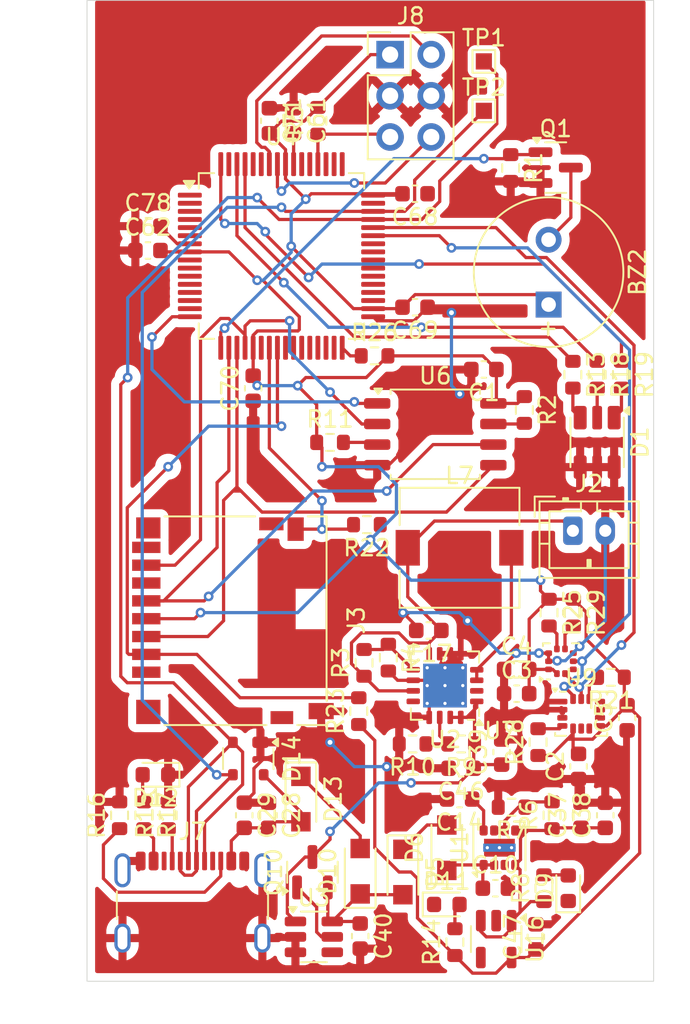
<source format=kicad_pcb>
(kicad_pcb (version 20241229) (generator "pcbnew") (generator_version "9.0")
  (layers (0 "F.Cu" signal) (2 "B.Cu" signal) (13 "F.Paste" user) (15 "B.Paste" user) (5 "F.SilkS" user "F.Silkscreen") (7 "B.SilkS" user "B.Silkscreen") (1 "F.Mask" user) (3 "B.Mask" user) (25 "Edge.Cuts" user))
  (net 0 "")
  (net 1 "+3.3V")
  (net 2 "Net-(BZ2--)")
  (net 3 "GND")
  (net 4 "Net-(D6-K)")
  (net 5 "Net-(U1-SS{slash}TR)")
  (net 6 "Net-(J2-Pin_1)")
  (net 7 "Net-(D13-A)")
  (net 8 "Net-(U16-EN)")
  (net 9 "bat")
  (net 10 "POWAAAA")
  (net 11 "Net-(U4-VDDCORE)")
  (net 12 "Net-(U4-GNDANA)")
  (net 13 "Net-(D1-BA)")
  (net 14 "Net-(D1-RA)")
  (net 15 "Net-(D1-GA)")
  (net 16 "+5V")
  (net 17 "Net-(D9-A)")
  (net 18 "VBUS")
  (net 19 "Net-(D11-A)")
  (net 20 "Net-(D12-A)")
  (net 21 "D+ DMCU-2")
  (net 22 "D- DMCU-2")
  (net 24 "SCK TMCU")
  (net 25 "MISO TMCU")
  (net 26 "SD_DETECT")
  (net 28 "MOSI TMCU")
  (net 29 "CS_SD MMCU")
  (net 31 "Net-(J7-CC2)")
  (net 32 "Net-(J7-CC1)")
  (net 34 "SWDIO DMCU-2")
  (net 35 "nRESET DMCU-2")
  (net 36 "SWCLK DMCU-2")
  (net 37 "Net-(L7-Pad2)")
  (net 38 "BUZZER")
  (net 39 "Net-(Q10-G)")
  (net 40 "Net-(U6-~{HOLD}{slash}~{RESET}{slash}IO_{3})")
  (net 41 "Net-(U2-LBI)")
  (net 42 "Net-(U1-FB)")
  (net 43 "Net-(U2-FB)")
  (net 44 "Net-(U6-~{WP}{slash}IO_{2})")
  (net 45 "2R")
  (net 46 "2G")
  (net 47 "2B")
  (net 48 "Net-(U9-CS)")
  (net 49 "Net-(U7-INT_DRDY)")
  (net 50 "CS_IMU TMCU")
  (net 51 "Net-(U9-INT1)")
  (net 52 "Net-(U7-~{CS})")
  (net 61 "I2C0_SCL")
  (net 64 "PTA12")
  (net 74 "CS_NAND MMCU")
  (net 78 "I2C0_SDA")
  (net 83 "RESETN TMCU")
  (footprint "Resistor_SMD:R_0603_1608Metric" (layer "F.Cu") (at 165.7125 126 90)
    (property "Reference" "R6")
    (property "Value" "350k")
  )
  (footprint "Capacitor_SMD:C_0603_1608Metric" (layer "F.Cu") (at 140.75 91.1625)
    (property "Reference" "C62")
    (property "Value" "100nF")
  )
  (footprint "Package_TO_SOT_SMD:TSOT-23-6" (layer "F.Cu") (at 151 133.5)
    (property "Reference" "U3")
    (property "Value" "LTC4412xS6")
  )
  (footprint "Connector_Card:microSD_HC_Hirose_DM3D-SF" (layer "F.Cu") (at 146 114 -90)
    (property "Reference" "J3")
    (property "Value" "Micro_SD_Card_Det1")
  )
  (footprint "Resistor_SMD:R_0603_1608Metric" (layer "F.Cu") (at 170 98.825 -90)
    (property "Reference" "R19")
    (property "Value" "220")
  )
  (footprint "Capacitor_SMD:C_0603_1608Metric" (layer "F.Cu") (at 146.7 126 -90)
    (property "Reference" "C29")
    (property "Value" "100n")
  )
  (footprint "Connector_PinHeader_2.54mm:PinHeader_2x03_P2.54mm_Vertical" (layer "F.Cu") (at 155.71 79.0825)
    (property "Reference" "J8")
    (property "Value" "Conn_02x03_Counter_Clockwise")
  )
  (footprint "Resistor_SMD:R_0603_1608Metric" (layer "F.Cu") (at 163.1575 86.075 -90)
    (property "Reference" "R1")
    (property "Value" "2k2")
  )
  (footprint "Package_LGA:LGA-14_3x2.5mm_P0.5mm_LayoutBorder3x4y" (layer "F.Cu") (at 167.5125 119.7375)
    (property "Reference" "U9")
    (property "Value" "LSM6DS3")
  )
  (footprint "Diode_SMD:Nexperia_CFP3_SOD-123W" (layer "F.Cu") (at 153.8625 129.45 90)
    (property "Reference" "D10")
    (property "Value" "PMEG6020ER")
  )
  (footprint "TestPoint:TestPoint_Pad_1.0x1.0mm" (layer "F.Cu") (at 161.5 82.55)
    (property "Reference" "TP2")
    (property "Value" "TestPoint")
  )
  (footprint "Package_QFP:TQFP-64_10x10mm_P0.5mm" (layer "F.Cu") (at 149 91.5)
    (property "Reference" "U4")
    (property "Value" "TMCU")
  )
  (footprint "Capacitor_SMD:C_0603_1608Metric" (layer "F.Cu") (at 163.525 117)
    (property "Reference" "C4")
    (property "Value" "100nF")
  )
  (footprint "TestPoint:TestPoint_Pad_1.0x1.0mm" (layer "F.Cu") (at 161.5 79.5)
    (property "Reference" "TP1")
    (property "Value" "TestPoint")
  )
  (footprint "Package_SO:SOIC-8_5.3x5.3mm_P1.27mm" (layer "F.Cu") (at 158.5 102.5)
    (property "Reference" "U6")
    (property "Value" "NAND")
  )
  (footprint "Diode_SMD:Nexperia_CFP3_SOD-123W" (layer "F.Cu") (at 156.5 129.5 -90)
    (property "Reference" "D5")
    (property "Value" "PMEG6020ER")
  )
  (footprint "Diode_SMD:Nexperia_CFP3_SOD-123W" (layer "F.Cu") (at 150.2 125 -90)
    (property "Reference" "D13")
    (property "Value" "PMEG6020ER")
  )
  (footprint "Capacitor_SMD:C_0603_1608Metric" (layer "F.Cu") (at 164.7125 133.5 90)
    (property "Reference" "C47")
    (property "Value" "1u")
  )
  (footprint "Inductor_SMD:L_7.3x7.3_H4.5" (layer "F.Cu") (at 160 109.5)
    (property "Reference" "L7")
    (property "Value" "SLF7055T-6R8N2R8-3PF")
  )
  (footprint "Resistor_SMD:R_0603_1608Metric" (layer "F.Cu") (at 140.5 126 -90)
    (property "Reference" "R17")
    (property "Value" "330")
  )
  (footprint "Resistor_SMD:R_0603_1608Metric" (layer "F.Cu") (at 154.1 116.6 90)
    (property "Reference" "R3")
    (property "Value" "100k")
  )
  (footprint "Capacitor_SMD:C_0603_1608Metric" (layer "F.Cu") (at 163.525 118.5)
    (property "Reference" "C3")
    (property "Value" "100nF")
  )
  (footprint "Resistor_SMD:R_0603_1608Metric" (layer "F.Cu") (at 165.525 113.5 -90)
    (property "Reference" "R25")
    (property "Value" "10k")
  )
  (footprint "LED_SMD:LED_0603_1608Metric" (layer "F.Cu") (at 166.7125 130.5 90)
    (property "Reference" "D9")
    (property "Value" "LED")
  )
  (footprint "Resistor_SMD:R_0603_1608Metric" (layer "F.Cu") (at 168.5 98.825 -90)
    (property "Reference" "R18")
    (property "Value" "220")
  )
  (footprint "Capacitor_SMD:C_0603_1608Metric" (layer "F.Cu") (at 161.5 98.5 180)
    (property "Reference" "C1")
    (property "Value" "100nF")
  )
  (footprint "Resistor_SMD:R_0603_1608Metric" (layer "F.Cu") (at 163.2125 125.5 180)
    (property "Reference" "R7")
    (property "Value" "100k")
  )
  (footprint "Capacitor_SMD:C_0603_1608Metric" (layer "F.Cu") (at 170.35 119.9875 90)
    (property "Reference" "C5")
    (property "Value" "100nF")
  )
  (footprint "Resistor_SMD:R_0603_1608Metric" (layer "F.Cu") (at 153.775 119.575 90)
    (property "Reference" "R23")
    (property "Value" "10kΩ")
  )
  (footprint "Resistor_SMD:R_0603_1608Metric" (layer "F.Cu") (at 142 126 90)
    (property "Reference" "R15")
    (property "Value" "5k1")
  )
  (footprint "Capacitor_SMD:C_0603_1608Metric" (layer "F.Cu") (at 160 125 180)
    (property "Reference" "C14")
    (property "Value" "3.3 nF")
  )
  (footprint "Package_TO_SOT_SMD:SOT-23" (layer "F.Cu") (at 150.9125 129.5125 90)
    (property "Reference" "Q10")
    (property "Value" "DMG2301L")
  )
  (footprint "LED_SMD:LED_0603_1608Metric" (layer "F.Cu") (at 159.2125 131.5)
    (property "Reference" "D11")
    (property "Value" "LED")
  )
  (footprint "LED_SMD:LED_ROHM_SMLVN6" (layer "F.Cu") (at 168.5 103 -90)
    (property "Reference" "D1")
    (property "Value" "SMLVN6RGB")
  )
  (footprint "Connector_USB:USB_C_Receptacle_GCT_USB4105-xx-A_16P_TopMnt_Horizontal" (layer "F.Cu") (at 143.5 132.5)
    (property "Reference" "J7")
    (property "Value" "USB_C_Receptacle_USB2.0_16P")
  )
  (footprint "Package_LGA:Texas_SIL0008D_MicroSiP-8-1EP_2.8x3mm_P0.65mm_EP1.1x1.9mm_ThermalVias" (layer "F.Cu") (at 162.4625 128 90)
    (property "Reference" "U1")
    (property "Value" "TPS82130")
  )
  (footprint "Capacitor_SMD:C_0603_1608Metric" (layer "F.Cu") (at 160.1 123.1 180)
    (property "Reference" "C46")
    (property "Value" "100u")
  )
  (footprint "Resistor_SMD:R_0603_1608Metric" (layer "F.Cu") (at 167.025 113.5 -90)
    (property "Reference" "R29")
    (property "Value" "10k")
  )
  (footprint "Package_DFN_QFN:Texas_RSA_VQFN-16-1EP_4x4mm_P0.65mm_EP2.7x2.7mm_ThermalVias" (layer "F.Cu") (at 159.1 118 180)
    (property "Reference" "U2")
    (property "Value" "TPS61092")
  )
  (footprint "Resistor_SMD:R_0603_1608Metric" (layer "F.Cu") (at 157.1 121.6 180)
    (property "Reference" "R10")
    (property "Value" "100k")
  )
  (footprint "Resistor_SMD:R_0603_1608Metric" (layer "F.Cu") (at 152 103)
    (property "Reference" "R11")
    (property "Value" "10kΩ")
  )
  (footprint "Resistor_SMD:R_0603_1608Metric" (layer "F.Cu") (at 154.275 108.075 180)
    (property "Reference" "R22")
    (property "Value" "10k")
  )
  (footprint "Package_TO_SOT_SMD:SOT-143" (layer "F.Cu") (at 146.95 122.5 -90)
    (property "Reference" "D14")
    (property "Value" "PRTR5V0U2X")
  )
  (footprint "Resistor_SMD:R_0603_1608Metric" (layer "F.Cu") (at 159.7125 133.825 90)
    (property "Reference" "R14")
    (property "Value" "330")
  )
  (footprint "Resistor_SMD:R_0603_1608Metric" (layer "F.Cu") (at 167 98.825 -90)
    (property "Reference" "R13")
    (property "Value" "220")
  )
  (footprint "Capacitor_SMD:C_0603_1608Metric" (layer "F.Cu") (at 149.75 83.1625 -90)
    (property "Reference" "C61")
    (property "Value" "100nF")
  )
  (footprint "Resistor_SMD:R_0603_1608Metric" (layer "F.Cu") (at 151.25 83.1625 90)
    (property "Reference" "R5")
    (property "Value" "10k")
  )
  (footprint "Resistor_SMD:R_0603_1608Metric" (layer "F.Cu") (at 169.35 117.4875 180)
    (property "Reference" "R21")
    (property "Value" "10k")
  )
  (footprint "Package_LGA:ST_HLGA-10_2x2mm_P0.5mm_LayoutBorder3x2y" (layer "F.Cu") (at 166.2625 116.5 90)
    (property "Reference" "U7")
    (property "Value" "LPS22HB")
  )
  (footprint "Capacitor_SMD:C_0603_1608Metric" (layer "F.Cu") (at 169 126 90)
    (property "Reference" "C38")
    (property "Value" "1uF")
  )
  (footprint "Resistor_SMD:R_0603_1608Metric" (layer "F.Cu") (at 160.1 121.6 180)
    (property "Reference" "R9")
    (property "Value" "430k")
  )
  (footprint "LED_SMD:LED_0603_1608Metric" (layer "F.Cu") (at 141.2125 123.5 180)
    (property "Reference" "D12")
    (property "Value" "LED")
  )
  (footprint "Capacitor_SMD:C_0603_1608Metric" (layer "F.Cu") (at 147.25 99.6625 90)
    (property "Reference" "C70")
    (property "Value" "100nF")
  )
  (footprint "Package_TO_SOT_SMD:SOT-23" (layer "F.Cu") (at 165.9375 86.05)
    (property "Reference" "Q1")
    (property "Value" "BSS138")
  )
  (footprint "Capacitor_SMD:C_0603_1608Metric" (layer "F.Cu") (at 157.25 94.6625 180)
    (property "Reference" "C69")
    (property "Value" "100nF")
  )
  (footprint "Capacitor_SMD:C_0603_1608Metric" (layer "F.Cu") (at 140.75 89.6625)
    (property "Reference" "C78")
    (property "Value" "100nF")
  )
  (footprint "Package_TO_SOT_SMD:SOT-23-5" (layer "F.Cu") (at 162.2625 133.6375 -90)
    (property "Reference" "U16")
    (property "Value" "AP2112K-3.3")
  )
  (footprint "Capacitor_SMD:C_0603_1608Metric" (layer "F.Cu") (at 167.35 122.9875 90)
    (property "Reference" "C2")
    (property "Value" "100nF")
  )
  (footprint "Capacitor_SMD:C_0603_1608Metric" (layer "F.Cu") (at 157.25 87.6625 180)
    (property "Reference" "C68")
    (property "Value" "100nF")
  )
  (footprint "Diode_SMD:Nexperia_CFP3_SOD-123W" (layer "F.Cu") (at 159.2125 128 90)
    (property "Reference" "D6")
    (property "Value" "PMEG6020ER")
  )
  (footprint "Resistor_SMD:R_0603_1608Metric" (layer "F.Cu") (at 155.6 116.275 -90)
    (property "Reference" "R4")
    (property "Value" "100k")
  )
  (footprint "Capacitor_SMD:C_0603_1608Metric" (layer "F.Cu") (at 167.5 126 90)
    (property "Reference" "C37")
    (property "Value" "22uF")
  )
  (footprint "Capacitor_SMD:C_0603_1608Metric" (layer "F.Cu") (at 162.2125 130.5)
    (property "Reference" "C10")
    (property "Value" "10uF")
  )
  (footprint "Resistor_SMD:R_0603_1608Metric" (layer "F.Cu") (at 164.85 121.4875 90)
    (property "Reference" "R28")
    (property "Value" "10k")
  )
  (footprint "Resistor_SMD:R_0603_1608Metric" (layer "F.Cu") (at 165.2125 130.5 90)
    (property "Reference" "R8")
    (property "Value" "100")
  )
  (footprint "Capacitor_SMD:C_0603_1608Metric" (layer "F.Cu") (at 162.6 122.1 90)
    (property "Reference" "C39")
    (property "Value" "2u2")
  )
  (footprint "Resistor_SMD:R_0603_1608Metric" (layer "F.Cu") (at 164 101 -90)
    (property "Reference" "R2")
    (property "Value" "10kΩ")
  )
  (footprint "Resistor_SMD:R_0603_1608Metric" (layer "F.Cu") (at 139 126 90)
    (property "Reference" "R16")
    (property "Value" "5k1")
  )
  (footprint "Connector_JST:JST_PH_B2B-PH-K_1x02_P2.00mm_Vertical" (layer "F.Cu") (at 167 108.45)
    (property "Reference" "J2")
    (property "Value" "Conn_01x02_Pin")
  )
  (footprint "Capacitor_SMD:C_0603_1608Metric" (layer "F.Cu") (at 158.1 114.6 180)
    (property "Reference" "C17")
    (property "Value" "10u")
  )
  (footprint "Capacitor_SMD:C_0603_1608Metric" (layer "F.Cu") (at 148.2 126 -90)
    (property "Reference" "C28")
    (property "Value" "4n7")
  )
  (footprint "Resistor_SMD:R_0603_1608Metric" (layer "F.Cu") (at 154.75 97.6625)
    (property "Reference" "R26")
    (property "Value" "R")
  )
  (footprint "Buzzer_Beeper:MagneticBuzzer_PUI_AT-0927-TT-6-R" (layer "F.Cu") (at 165.5 94.5 90)
    (property "Reference" "BZ2")
    (property "Value" "Buzzer")
  )
  (footprint "Capacitor_SMD:C_0603_1608Metric" (layer "F.Cu") (at 153.8625 133.45 -90)
    (property "Reference" "C40")
    (property "Value" "10uF")
  )
  (footprint "Capacitor_SMD:C_0603_1608Metric" (layer "F.Cu") (at 148.25 83.1625 -90)
    (property "Reference" "C71")
    (property "Value" "100nF")
  )
  (gr_rect (start 136.9875 75.7375) (end 171.9875 136.2375) (stroke (width 0.05)) (fill no) (layer "Edge.Cuts"))
  (segment (start 164.3 118.5) (end 164.3 117) (width 0.2) (layer "F.Cu") (net 1))
  (segment (start 149.001 83.1865) (end 148.25 83.9375) (width 0.2) (layer "F.Cu") (net 1))
  (segment (start 165.1875 134.275) (end 164.7125 134.275) (width 0.2) (layer "F.Cu") (net 1))
  (segment (start 170.175 117.4875) (end 170.175 119.0375) (width 0.2) (layer "F.Cu") (net 1))
  (segment (start 157.401 132.3385) (end 157.401 129.901) (width 0.2) (layer "F.Cu") (net 1))
  (segment (start 156.3875 94.75) (end 156.475 94.6625) (width 0.2) (layer "F.Cu") (net 1))
  (segment (start 150.401 83.1865) (end 149.001 83.1865) (width 0.2) (layer "F.Cu") (net 1))
  (segment (start 164.3 113.9) (end 165.525 112.675) (width 0.2) (layer "F.Cu") (net 1))
  (segment (start 170.175 119.0375) (end 170.35 119.2125) (width 0.2) (layer "F.Cu") (net 1))
  (segment (start 164.8865 93.8865) (end 157.251 93.8865) (width 0.2) (layer "F.Cu") (net 1))
  (segment (start 155.575 97.6625) (end 161.4375 97.6625) (width 0.2) (layer "F.Cu") (net 1))
  (segment (start 165.5 117) (end 164.3 117) (width 0.2) (layer "F.Cu") (net 1))
  (segment (start 149.25 86.75) (end 150.5 88) (width 0.2) (layer "F.Cu") (net 1))
  (segment (start 151.5 104.5) (end 151.5 103.325) (width 0.2) (layer "F.Cu") (net 1))
  (segment (start 145.75 91.25) (end 147.5 93) (width 0.2) (layer "F.Cu") (net 1))
  (segment (start 147.25 96.391176) (end 147.25 97.1625) (width 0.2) (layer "F.Cu") (net 1))
  (segment (start 141.6125 91.25) (end 143.3375 91.25) (width 0.2) (layer "F.Cu") (net 1))
  (segment (start 147.5 93) (end 147.849943 93) (width 0.2) (layer "F.Cu") (net 1))
  (segment (start 162.275 98.5) (end 162.275 100.4075) (width 0.2) (layer "F.Cu") (net 1))
  (segment (start 170.35 119.2125) (end 171.126 119.9885) (width 0.2) (layer "F.Cu") (net 1))
  (segment (start 150 99.5) (end 151.175 100.675) (width 0.2) (layer "F.Cu") (net 1))
  (segment (start 157.401 129.901) (end 157 129.5) (width 0.2) (layer "F.Cu") (net 1))
  (segment (start 167.025 112.675) (end 167.819707 113.469707) (width 0.2) (layer "F.Cu") (net 1))
  (segment (start 162.275 100.4075) (end 162.0875 100.595) (width 0.2) (layer "F.Cu") (net 1))
  (segment (start 160.801 135.7385) (end 162.249 135.7385) (width 0.2) (layer "F.Cu") (net 1))
  (segment (start 156.475 87.6625) (end 150.8375 87.6625) (width 0.2) (layer "F.Cu") (net 1))
  (segment (start 154.6625 94.75) (end 156.3875 94.75) (width 0.2) (layer "F.Cu") (net 1))
  (segment (start 151.5 103.325) (end 151.175 103) (width 0.2) (layer "F.Cu") (net 1))
  (segment (start 162.0875 100.595) (end 163.58 100.595) (width 0.2) (layer "F.Cu") (net 1))
  (segment (start 165.5 94.5) (end 164.8865 93.8865) (width 0.2) (layer "F.Cu") (net 1))
  (segment (start 164.2125 134.775) (end 164.7125 134.275) (width 0.2) (layer "F.Cu") (net 1))
  (segment (start 149.25 85.8375) (end 149.25 86.75) (width 0.2) (layer "F.Cu") (net 1))
  (segment (start 149.25 84.9375) (end 148.25 83.9375) (width 0.2) (layer "F.Cu") (net 1))
  (segment (start 150.5 99) (end 150 99.5) (width 0.2) (layer "F.Cu") (net 1))
  (segment (start 159.7125 134.65) (end 157.401 132.3385) (width 0.2) (layer "F.Cu") (net 1))
  (segment (start 154.7635 128) (end 154.7635 121.3885) (width 0.2) (layer "F.Cu") (net 1))
  (segment (start 143.3375 91.25) (end 145.75 91.25) (width 0.2) (layer "F.Cu") (net 1))
  (segment (start 166.668749 121.306249) (end 167.0125 120.962499) (width 0.2) (layer "F.Cu") (net 1))
  (segment (start 161.4375 97.6625) (end 162.275 98.5) (width 0.2) (layer "F.Cu") (net 1))
  (segment (start 156.3875 87.75) (end 156.475 87.6625) (width 0.2) (layer "F.Cu") (net 1))
  (segment (start 156.2635 129.5) (end 154.7635 128) (width 0.2) (layer "F.Cu") (net 1))
  (segment (start 147.849943 93) (end 150.101 95.251057) (width 0.2) (layer "F.Cu") (net 1))
  (segment (start 154.505 79.0825) (end 151.25 82.3375) (width 0.2) (layer "F.Cu") (net 1))
  (segment (start 159.7125 134.65) (end 160.801 135.7385) (width 0.2) (layer "F.Cu") (net 1))
  (segment (start 165.75 117) (end 166.0125 117.2625) (width 0.2) (layer "F.Cu") (net 1))
  (segment (start 167.819707 113.469707) (end 167.819707 115.132207) (width 0.2) (layer "F.Cu") (net 1))
  (segment (start 164.85 122.3125) (end 165.662499 122.3125) (width 0.2) (layer "F.Cu") (net 1))
  (segment (start 157.251 93.8865) (end 156.475 94.6625) (width 0.2) (layer "F.Cu") (net 1))
  (segment (start 165.662499 122.3125) (end 166.668749 121.306249) (width 0.2) (layer "F.Cu") (net 1))
  (segment (start 147.517176 96.124) (end 147.25 96.391176) (width 0.2) (layer "F.Cu") (net 1))
  (segment (start 155.1 108.4) (end 154.5 109) (width 0.2) (layer "F.Cu") (net 1))
  (segment (start 155.71 79.0825) (end 154.505 79.0825) (width 0.2) (layer "F.Cu") (net 1))
  (segment (start 150.017176 96.124) (end 147.517176 96.124) (width 0.2) (layer "F.Cu") (net 1))
  (segment (start 151.25 82.3375) (end 150.401 83.1865) (width 0.2) (layer "F.Cu") (net 1))
  (segment (start 165.525 112.675) (end 167.025 112.675) (width 0.2) (layer "F.Cu") (net 1))
  (segment (start 167.0125 121.875) (end 167.35 122.2125) (width 0.2) (layer "F.Cu") (net 1))
  (segment (start 140.65 113.875) (end 143.625 113.875) (width 0.2) (layer "F.Cu") (net 1))
  (segment (start 154.7635 121.3885) (end 153.775 120.4) (width 0.2) (layer "F.Cu") (net 1))
  (segment (start 147.25 99.2375) (end 147.5 99.4875) (width 0.2) (layer "F.Cu") (net 1))
  (segment (start 165 111.5) (end 165 112.15) (width 0.2) (layer "F.Cu") (net 1))
  (segment (start 168.675 120.851848) (end 168.220599 121.306249) (width 0.2) (layer "F.Cu") (net 1))
  (segment (start 153.44706 94.75) (end 149.59853 90.90147) (width 0.2) (layer "F.Cu") (net 1))
  (segment (start 171.126 128.3365) (end 165.1875 134.275) (width 0.2) (layer "F.Cu") (net 1))
  (segment (start 168.675 120.4875) (end 169.075 120.4875) (width 0.2) (layer "F.Cu") (net 1))
  (segment (start 155.1 108.075) (end 155.1 108.4) (width 0.2) (layer "F.Cu") (net 1))
  (segment (start 165.5 117) (end 165.75 117) (width 0.2) (layer "F.Cu") (net 1))
  (segment (start 171.126 119.9885) (end 171.126 128.3365) (width 0.2) (layer "F.Cu") (net 1))
  (segment (start 167.0125 120.962499) (end 167.0125 120.65) (width 0.2) (layer "F.Cu") (net 1))
  (segment (start 163.58 100.595) (end 164 100.175) (width 0.2) (layer "F.Cu") (net 1))
  (segment (start 167.0125 120.65) (end 167.0125 121.875) (width 0.2) (layer "F.Cu") (net 1))
  (segment (start 155.575 97.6625) (end 154.2375 99) (width 0.2) (layer "F.Cu") (net 1))
  (segment (start 169.075 120.4875) (end 170.35 119.2125) (width 0.2) (layer "F.Cu") (net 1))
  (segment (start 154.6625 94.75) (end 153.44706 94.75) (width 0.2) (layer "F.Cu") (net 1))
  (segment (start 162.249 135.7385) (end 163.2125 134.775) (width 0.2) (layer "F.Cu") (net 1))
  (segment (start 150.101 96.040176) (end 150.017176 96.124) (width 0.2) (layer "F.Cu") (net 1))
  (segment (start 165 112.15) (end 165.525 112.675) (width 0.2) (layer "F.Cu") (net 1))
  (segment (start 167.819707 115.132207) (end 170.175 117.4875) (width 0.2) (layer "F.Cu") (net 1))
  (segment (start 147.25 98.8875) (end 147.25 99.2375) (width 0.2) (layer "F.Cu") (net 1))
  (segment (start 154.6625 87.75) (end 156.3875 87.75) (width 0.2) (layer "F.Cu") (net 1))
  (segment (start 163.2125 134.775) (end 164.2125 134.775) (width 0.2) (layer "F.Cu") (net 1))
  (segment (start 157 129.5) (end 156.2635 129.5) (width 0.2) (layer "F.Cu") (net 1))
  (segment (start 164.3 117) (end 164.3 113.9) (width 0.2) (layer "F.Cu") (net 1))
  (segment (start 150.8375 87.6625) (end 150.5 88) (width 0.2) (layer "F.Cu") (net 1))
  (segment (start 143.625 113.875) (end 144 113.5) (width 0.2) (layer "F.Cu") (net 1))
  (segment (start 150.101 95.251057) (end 150.101 96.040176) (width 0.2) (layer "F.Cu") (net 1))
  (segment (start 154.2375 99) (end 150.5 99) (width 0.2) (layer "F.Cu") (net 1))
  (segment (start 151.175 100.675) (end 151.175 103) (width 0.2) (layer "F.Cu") (net 1))
  (segment (start 141.525 91.1625) (end 141.6125 91.25) (width 0.2) (layer "F.Cu") (net 1))
  (segment (start 149.25 85.8375) (end 149.25 84.9375) (width 0.2) (layer "F.Cu") (net 1))
  (segment (start 168.675 120.4875) (end 168.675 120.851848) (width 0.2) (layer "F.Cu") (net 1))
  (segment (start 147.25 98.8875) (end 147.25 97.1625) (width 0.2) (layer "F.Cu") (net 1))
  (segment (start 168.220599 121.306249) (end 166.668749 121.306249) (width 0.2) (layer "F.Cu") (net 1))
  (via (at 149.59853 90.90147) (size 0.6) (drill 0.3) (layers "F.Cu" "B.Cu") (net 1))
  (via (at 150.5 88) (size 0.6) (drill 0.3) (layers "F.Cu" "B.Cu") (net 1))
  (via (at 147.5 99.4875) (size 0.6) (drill 0.3) (layers "F.Cu" "B.Cu") (net 1))
  (via (at 147.5 93) (size 0.6) (drill 0.3) (layers "F.Cu" "B.Cu") (net 1))
  (via (at 151.5 104.5) (size 0.6) (drill 0.3) (layers "F.Cu" "B.Cu") (net 1))
  (via (at 165 111.5) (size 0.6) (drill 0.3) (layers "F.Cu" "B.Cu") (net 1))
  (via (at 144 113.5) (size 0.6) (drill 0.3) (layers "F.Cu" "B.Cu") (net 1))
  (via (at 154.5 109) (size 0.6) (drill 0.3) (layers "F.Cu" "B.Cu") (net 1))
  (via (at 150 99.5) (size 0.6) (drill 0.3) (layers "F.Cu" "B.Cu") (net 1))
  (segment (start 157 111.5) (end 165 111.5) (width 0.2) (layer "B.Cu") (net 1))
  (segment (start 149.59853 91.277351) (end 147.875881 93) (width 0.2) (layer "B.Cu") (net 1))
  (segment (start 149.59853 88.90147) (end 149.59853 90.90147) (width 0.2) (layer "B.Cu") (net 1))
  (segment (start 150.5 88) (end 149.59853 88.90147) (width 0.2) (layer "B.Cu") (net 1))
  (segment (start 147.875881 93) (end 147.5 93) (width 0.2) (layer "B.Cu") (net 1))
  (segment (start 156.101 107.399) (end 156.101 105.601) (width 0.2) (layer "B.Cu") (net 1))
  (segment (start 154.5 109) (end 157 111.5) (width 0.2) (layer "B.Cu") (net 1))
  (segment (start 147.5125 99.5) (end 150 99.5) (width 0.2) (layer "B.Cu") (net 1))
  (segment (start 156.101 105.601) (end 155 104.5) (width 0.2) (layer "B.Cu") (net 1))
  (segment (start 154.5 109) (end 156.101 107.399) (width 0.2) (layer "B.Cu") (net 1))
  (segment (start 144 113.5) (end 150 113.5) (width 0.2) (layer "B.Cu") (net 1))
  (segment (start 150 113.5) (end 154.5 109) (width 0.2) (layer "B.Cu") (net 1))
  (segment (start 149.59853 90.90147) (end 149.59853 91.277351) (width 0.2) (layer "B.Cu") (net 1))
  (segment (start 155 104.5) (end 151.5 104.5) (width 0.2) (layer "B.Cu") (net 1))
  (segment (start 147.5 99.4875) (end 147.5125 99.5) (width 0.2) (layer "B.Cu") (net 1))
  (segment (start 166.875 89.125) (end 165.5 90.5) (width 0.2) (layer "F.Cu") (net 2))
  (segment (start 166.875 86.05) (end 166.875 89.125) (width 0.2) (layer "F.Cu") (net 2))
  (segment (start 154.9125 95.5) (end 154.6625 95.25) (width 0.2) (layer "F.Cu") (net 3))
  (segment (start 164.9 116) (end 165.5 116) (width 0.2) (layer "F.Cu") (net 3))
  (segment (start 156.175 117.675) (end 155.6 117.1) (width 0.2) (layer "F.Cu") (net 3))
  (segment (start 157.325 114.6) (end 157.325 114.325) (width 0.2) (layer "F.Cu") (net 3))
  (segment (start 160.725 99.299) (end 160.725 98.5) (width 0.2) (layer "F.Cu") (net 3))
  (segment (start 155.619 104.405) (end 160.012 100.012) (width 0.2) (layer "F.Cu") (net 3))
  (segment (start 159.5 95) (end 158.3625 95) (width 0.2) (layer "F.Cu") (net 3))
  (segment (start 158.3625 95) (end 158.025 94.6625) (width 0.2) (layer "F.Cu") (net 3))
  (segment (start 165.5 116.5) (end 165.996124 116.5) (width 0.2) (layer "F.Cu") (net 3))
  (segment (start 158.125 118.975) (end 158.125 119.9625) (width 0.2) (layer "F.Cu") (net 3))
  (segment (start 162.75 116.75) (end 163.5 116) (width 0.2) (layer "F.Cu") (net 3))
  (segment (start 156.275 121.6) (end 156.275 122.225) (width 0.2) (layer "F.Cu") (net 3))
  (segment (start 147.299 123.109032) (end 147.908032 122.5) (width 0.2) (layer "F.Cu") (net 3))
  (segment (start 147.299 124.626) (end 147.299 123.109032) (width 0.2) (layer "F.Cu") (net 3))
  (segment (start 160.012 100.012) (end 160 100.024) (width 0.2) (layer "F.Cu") (net 3))
  (segment (start 157.1375 117.675) (end 156.175 117.675) (width 0.2) (layer "F.Cu") (net 3))
  (segment (start 151.45 120.95) (end 151.45 119.575) (width 0.2) (layer "F.Cu") (net 3))
  (segment (start 167.025 115.975) (end 167.419485 115.580515) (width 0.2) (layer "F.Cu") (net 3))
  (segment (start 165.5 116.5) (end 165.5 116) (width 0.2) (layer "F.Cu") (net 3))
  (segment (start 152 121.5) (end 151.45 120.95) (width 0.2) (layer "F.Cu") (net 3))
  (segment (start 158.775 117.675) (end 159.1 118) (width 0.2) (layer "F.Cu") (net 3))
  (segment (start 159.1 118) (end 158.125 118.975) (width 0.2) (layer "F.Cu") (net 3))
  (segment (start 157.1375 117.675) (end 158.775 117.675) (width 0.2) (layer "F.Cu") (net 3))
  (segment (start 154.9125 104.405) (end 155.619 104.405) (width 0.2) (layer "F.Cu") (net 3))
  (segment (start 160.075 114.425) (end 160.075 116.0375) (width 0.2) (layer "F.Cu") (net 3))
  (segment (start 167.025 116) (end 167.025 115.975) (width 0.2) (layer "F.Cu") (net 3))
  (segment (start 146.7 125.225) (end 147.299 124.626) (width 0.2) (layer "F.Cu") (net 3))
  (segment (start 156.275 122.225) (end 155.5 123) (width 0.2) (layer "F.Cu") (net 3))
  (segment (start 158.025 94.6625) (end 157.1875 95.5) (width 0.2) (layer "F.Cu") (net 3))
  (segment (start 162.75 117) (end 162.75 116.75) (width 0.2) (layer "F.Cu") (net 3))
  (segment (start 165.996124 116.5) (end 166.027892 116.468232) (width 0.2) (layer "F.Cu") (net 3))
  (segment (start 157.325 114.325) (end 156.5 113.5) (width 0.2) (layer "F.Cu") (net 3))
  (segment (start 160.5 114) (end 160.075 114.425) (width 0.2) (layer "F.Cu") (net 3))
  (segment (start 147.908032 122.5) (end 148 122.5) (width 0.2) (layer "F.Cu") (net 3))
  (segment (start 160.012 100.012) (end 160.725 99.299) (width 0.2) (layer "F.Cu") (net 3))
  (segment (start 157.1875 95.5) (end 154.9125 95.5) (width 0.2) (layer "F.Cu") (net 3))
  (via (at 156.5 113.5) (size 0.6) (drill 0.3) (layers "F.Cu" "B.Cu") (net 3))
  (via (at 164.9 116) (size 0.6) (drill 0.3) (layers "F.Cu" "B.Cu") (net 3))
  (via (at 163.5 116) (size 0.6) (drill 0.3) (layers "F.Cu" "B.Cu") (net 3))
  (via (at 152 121.5) (size 0.6) (drill 0.3) (layers "F.Cu" "B.Cu") (net 3))
  (via (at 167.419485 115.580515) (size 0.6) (drill 0.3) (layers "F.Cu" "B.Cu") (net 3))
  (via (at 160.5 114) (size 0.6) (drill 0.3) (layers "F.Cu" "B.Cu") (net 3))
  (via (at 166.027892 116.468232) (size 0.6) (drill 0.3) (layers "F.Cu" "B.Cu") (net 3))
  (via (at 159.5 95) (size 0.6) (drill 0.3) (layers "F.Cu" "B.Cu") (net 3))
  (via (at 160.012 100.012) (size 0.6) (drill 0.3) (layers "F.Cu" "B.Cu") (net 3))
  (via (at 155.5 123) (size 0.6) (drill 0.3) (layers "F.Cu" "B.Cu") (net 3))
  (segment (start 159.5 99.5) (end 159.5 95) (width 0.2) (layer "B.Cu") (net 3))
  (segment (start 166.531768 116.468232) (end 167.419485 115.580515) (width 0.2) (layer "B.Cu") (net 3))
  (segment (start 163.5 116) (end 162.5 116) (width 0.2) (layer "B.Cu") (net 3))
  (segment (start 166.027892 116.468232) (end 166.531768 116.468232) (width 0.2) (layer "B.Cu") (net 3))
  (segment (start 153.5 123) (end 152 121.5) (width 0.2) (layer "B.Cu") (net 3))
  (segment (start 160.012 100.012) (end 159.5 99.5) (width 0.2) (layer "B.Cu") (net 3))
  (segment (start 155.5 123) (end 153.5 123) (width 0.2) (layer "B.Cu") (net 3))
  (segment (start 167.419485 115.580515) (end 169 114) (width 0.2) (layer "B.Cu") (net 3))
  (segment (start 169 114) (end 169 108.45) (width 0.2) (layer "B.Cu") (net 3))
  (segment (start 163.5 116) (end 164.9 116) (width 0.2) (layer "B.Cu") (net 3))
  (segment (start 160 113.5) (end 160.5 114) (width 0.2) (layer "B.Cu") (net 3))
  (segment (start 162.5 116) (end 160.5 114) (width 0.2) (layer "B.Cu") (net 3))
  (segment (start 156.5 113.5) (end 160 113.5) (width 0.2) (layer "B.Cu") (net 3))
  (segment (start 161.4875 129.0625) (end 159.55 129.0625) (width 0.2) (layer "F.Cu") (net 4))
  (segment (start 159.55 129.0625) (end 159.2125 129.4) (width 0.2) (layer "F.Cu") (net 4))
  (segment (start 161.4375 129.1125) (end 161.4875 129.0625) (width 0.2) (layer "F.Cu") (net 4))
  (segment (start 162.1375 129.0625) (end 161.4875 129.0625) (width 0.2) (layer "F.Cu") (net 4))
  (segment (start 161.4375 130.5) (end 161.4375 129.1125) (width 0.2) (layer "F.Cu") (net 4))
  (segment (start 161.4875 126.9375) (end 161.4875 125.7125) (width 0.2) (layer "F.Cu") (net 5))
  (segment (start 161.4875 125.7125) (end 160.775 125) (width 0.2) (layer "F.Cu") (net 5))
  (segment (start 158.099 115.376) (end 158.875 114.6) (width 0.2) (layer "F.Cu") (net 6))
  (segment (start 154.1 117.425) (end 153.324 116.649) (width 0.2) (layer "F.Cu") (net 6))
  (segment (start 158.875 114.6) (end 158.125 115.35) (width 0.2) (layer "F.Cu") (net 6))
  (segment (start 154.1 117.425) (end 155 118.325) (width 0.2) (layer "F.Cu") (net 6))
  (segment (start 156.87589 115.376) (end 158.099 115.376) (width 0.2) (layer "F.Cu") (net 6))
  (segment (start 156.8 112.525) (end 158.875 114.6) (width 0.2) (layer "F.Cu") (net 6))
  (segment (start 158.125 115.35) (end 158.125 116.0375) (width 0.2) (layer "F.Cu") (net 6))
  (segment (start 166.4 107.85) (end 158.45 107.85) (width 0.2) (layer "F.Cu") (net 6))
  (segment (start 167 108.45) (end 166.4 107.85) (width 0.2) (layer "F.Cu") (net 6))
  (segment (start 153.324 116.649) (end 153.324 115.361936) (width 0.2) (layer "F.Cu") (net 6))
  (segment (start 156.8 109.5) (end 156.8 112.525) (width 0.2) (layer "F.Cu") (net 6))
  (segment (start 153.324 115.361936) (end 153.936936 114.749) (width 0.2) (layer "F.Cu") (net 6))
  (segment (start 156.24889 114.749) (end 156.87589 115.376) (width 0.2) (layer "F.Cu") (net 6))
  (segment (start 153.936936 114.749) (end 156.24889 114.749) (width 0.2) (layer "F.Cu") (net 6))
  (segment (start 155 118.325) (end 157.1375 118.325) (width 0.2) (layer "F.Cu") (net 6))
  (segment (start 158.45 107.85) (end 156.8 109.5) (width 0.2) (layer "F.Cu") (net 6))
  (segment (start 150.2 126.4) (end 148.575 126.4) (width 0.2) (layer "F.Cu") (net 7))
  (segment (start 150.2 125.8) (end 150.2 126.4) (width 0.2) (layer "F.Cu") (net 7))
  (segment (start 145.9 127.575) (end 145.9 128.82) (width 0.2) (layer "F.Cu") (net 7))
  (segment (start 147.9 123.5) (end 150.2 125.8) (width 0.2) (layer "F.Cu") (net 7))
  (segment (start 140.5 126.825) (end 141.1 127.425) (width 0.2) (layer "F.Cu") (net 7))
  (segment (start 148.575 126.4) (end 148.2 126.775) (width 0.2) (layer "F.Cu") (net 7))
  (segment (start 146.7 126.775) (end 145.9 127.575) (width 0.2) (layer "F.Cu") (net 7))
  (segment (start 141.1 127.425) (end 141.1 128.82) (width 0.2) (layer "F.Cu") (net 7))
  (segment (start 148.2 126.775) (end 146.7 126.775) (width 0.2) (layer "F.Cu") (net 7))
  (segment (start 163.7635 127.5) (end 163.7635 127.3865) (width 0.2) (layer "F.Cu") (net 8))
  (segment (start 163.2125 133) (end 163.2125 132.5) (width 0.2) (layer "F.Cu") (net 8))
  (segment (start 163.7635 127.5) (end 163.7635 127.2635) (width 0.2) (layer "F.Cu") (net 8))
  (segment (start 163.7385 131.974) (end 163.7385 129.3635) (width 0.2) (layer "F.Cu") (net 8))
  (segment (start 165.7625 126.775) (end 165.7125 126.825) (width 0.2) (layer "F.Cu") (net 8))
  (segment (start 163.7635 128.7365) (end 163.7635 127.5) (width 0.2) (layer "F.Cu") (net 8))
  (segment (start 164.3875 131.325) (end 163.2125 132.5) (width 0.2) (layer "F.Cu") (net 8))
  (segment (start 164.2125 126.9375) (end 165.6 126.9375) (width 0.2) (layer "F.Cu") (net 8))
  (segment (start 167.5 126.775) (end 165.7625 126.775) (width 0.2) (layer "F.Cu") (net 8))
  (segment (start 165.2125 131.325) (end 164.3875 131.325) (width 0.2) (layer "F.Cu") (net 8))
  (segment (start 163.7125 126.9375) (end 164.2125 126.9375) (width 0.2) (layer "F.Cu") (net 8))
  (segment (start 164.18125 126.96875) (end 164.2125 126.9375) (width 0.2) (layer "F.Cu") (net 8))
  (segment (start 165.6 126.9375) (end 165.7125 126.825) (width 0.2) (layer "F.Cu") (net 8))
  (segment (start 161.3125 133.162499) (end 161.650001 133.5) (width 0.2) (layer "F.Cu") (net 8))
  (segment (start 163.95625 126.96875) (end 164.18125 126.96875) (width 0.2) (layer "F.Cu") (net 8))
  (segment (start 161.650001 133.5) (end 162.7125 133.5) (width 0.2) (layer "F.Cu") (net 8))
  (segment (start 163.7635 127.2635) (end 163.7125 127.2125) (width 0.2) (layer "F.Cu") (net 8))
  (segment (start 169 126.775) (end 167.5 126.775) (width 0.2) (layer "F.Cu") (net 8))
  (segment (start 163.2125 132.5) (end 163.7385 131.974) (width 0.2) (layer "F.Cu") (net 8))
  (segment (start 163.7635 127.2635) (end 163.4375 126.9375) (width 0.2) (layer "F.Cu") (net 8))
  (segment (start 163.4375 129.0625) (end 163.7635 128.7365) (width 0.2) (layer "F.Cu") (net 8))
  (segment (start 163.7635 127.3865) (end 164.18125 126.96875) (width 0.2) (layer "F.Cu") (net 8))
  (segment (start 163.7385 129.3635) (end 163.4375 129.0625) (width 0.2) (layer "F.Cu") (net 8))
  (segment (start 163.7125 127.2125) (end 163.95625 126.96875) (width 0.2) (layer "F.Cu") (net 8))
  (segment (start 163.7125 127.2125) (end 163.7125 126.9375) (width 0.2) (layer "F.Cu") (net 8))
  (segment (start 163.4375 126.9375) (end 163.7125 126.9375) (width 0.2) (layer "F.Cu") (net 8))
  (segment (start 162.7125 133.5) (end 163.2125 133) (width 0.2) (layer "F.Cu") (net 8))
  (segment (start 161.3125 132.5) (end 161.3125 133.162499) (width 0.2) (layer "F.Cu") (net 8))
  (segment (start 160.7875 119.9625) (end 160.925 120.1) (width 0.2) (layer "F.Cu") (net 9))
  (segment (start 150.9125 128.575) (end 152 127.4875) (width 0.2) (layer "F.Cu") (net 9))
  (segment (start 159.975 124) (end 160.875 123.1) (width 0.2) (layer "F.Cu") (net 9))
  (segment (start 161.0625 119.1) (end 161.0625 119.3395) (width 0.2) (layer "F.Cu") (net 9))
  (segment (start 161.0625 119.3395) (end 160.701 119.701) (width 0.2) (layer "F.Cu") (net 9))
  (segment (start 149.3625 132.05) (end 149.8625 132.55) (width 0.2) (layer "F.Cu") (net 9))
  (segment (start 150.458032 128.575) (end 149.3625 129.670532) (width 0.2) (layer "F.Cu") (net 9))
  (segment (start 162.6 122.875) (end 161.1 122.875) (width 0.2) (layer "F.Cu") (net 9))
  (segment (start 149.3625 129.670532) (end 149.3625 132.05) (width 0.2) (layer "F.Cu") (net 9))
  (segment (start 160.925 119.2375) (end 160.925 120.1) (width 0.2) (layer "F.Cu") (net 9))
  (segment (start 160.6125 119.9625) (end 160.7875 119.7875) (width 0.2) (layer "F.Cu") (net 9))
  (segment (start 152 127.4875) (end 152 127) (width 0.2) (layer "F.Cu") (net 9))
  (segment (start 160.4395 119.9625) (end 160.075 119.9625) (width 0.2) (layer "F.Cu") (net 9))
  (segment (start 159.425 119.9625) (end 160.075 119.9625) (width 0.2) (layer "F.Cu") (net 9))
  (segment (start 160.075 119.9625) (end 160.7875 119.9625) (width 0.2) (layer "F.Cu") (net 9))
  (segment (start 161.1 122.875) (end 160.875 123.1) (width 0.2) (layer "F.Cu") (net 9))
  (segment (start 160.875 121.65) (end 160.925 121.6) (width 0.2) (layer "F.Cu") (net 9))
  (segment (start 157 124) (end 159.975 124) (width 0.2) (layer "F.Cu") (net 9))
  (segment (start 161.0625 119.1) (end 160.925 119.2375) (width 0.2) (layer "F.Cu") (net 9))
  (segment (start 161.0625 118.975) (end 161.0625 119.1) (width 0.2) (layer "F.Cu") (net 9))
  (segment (start 160.701 119.701) (end 160.4395 119.9625) (width 0.2) (layer "F.Cu") (net 9))
  (segment (start 160.4395 119.9625) (end 160.6125 119.9625) (width 0.2) (layer "F.Cu") (net 9))
  (segment (start 160.7875 119.9625) (end 160.7875 119.7875) (width 0.2) (layer "F.Cu") (net 9))
  (segment (start 160.875 123.1) (end 160.875 121.65) (width 0.2) (layer "F.Cu") (net 9))
  (segment (start 150.9125 128.575) (end 150.458032 128.575) (width 0.2) (layer "F.Cu") (net 9))
  (segment (start 160.7875 119.7875) (end 160.701 119.701) (width 0.2) (layer "F.Cu") (net 9))
  (segment (start 160.925 120.1) (end 160.925 121.6) (width 0.2) (layer "F.Cu") (net 9))
  (via (at 152 127) (size 0.6) (drill 0.3) (layers "F.Cu" "B.Cu") (net 9))
  (via (at 157 124) (size 0.6) (drill 0.3) (layers "F.Cu" "B.Cu") (net 9))
  (segment (start 155 124) (end 157 124) (width 0.2) (layer "B.Cu") (net 9))
  (segment (start 152 127) (end 155 124) (width 0.2) (layer "B.Cu") (net 9))
  (segment (start 153.7375 132.55) (end 153.8625 132.675) (width 0.2) (layer "F.Cu") (net 10))
  (segment (start 152.1375 132.55) (end 153.7375 132.55) (width 0.2) (layer "F.Cu") (net 10))
  (segment (start 156.5 130.9) (end 153.9125 130.9) (width 0.2) (layer "F.Cu") (net 10))
  (segment (start 153.8375 130.85) (end 152.1375 132.55) (width 0.2) (layer "F.Cu") (net 10))
  (segment (start 151.8625 132.275) (end 152.1375 132.55) (width 0.2) (layer "F.Cu") (net 10))
  (segment (start 151.8625 130.45) (end 151.8625 132.275) (width 0.2) (layer "F.Cu") (net 10))
  (segment (start 153.9125 130.9) (end 153.8625 130.85) (width 0.2) (layer "F.Cu") (net 10))
  (segment (start 153.8625 130.85) (end 153.8375 130.85) (width 0.2) (layer "F.Cu") (net 10))
  (segment (start 149.75 83.9375) (end 149.75 85.8375) (width 0.2) (layer "F.Cu") (net 11))
  (segment (start 142.566176 90.75) (end 143.3375 90.75) (width 0.2) (layer "F.Cu") (net 12))
  (segment (start 141.525 89.708824) (end 142.566176 90.75) (width 0.2) (layer "F.Cu") (net 12))
  (segment (start 141.525 89.6625) (end 141.525 89.708824) (width 0.2) (layer "F.Cu") (net 12))
  (segment (start 170 101.025) (end 169.55 101.475) (width 0.2) (layer "F.Cu") (net 13))
  (segment (start 170 99.65) (end 170 101.025) (width 0.2) (layer "F.Cu") (net 13))
  (segment (start 168.5 99.65) (end 168.5 101.475) (width 0.2) (layer "F.Cu") (net 14))
  (segment (start 167 99.65) (end 167 101.025) (width 0.2) (layer "F.Cu") (net 15))
  (segment (start 167 101.025) (end 167.45 101.475) (width 0.2) (layer "F.Cu") (net 15))
  (segment (start 158 126.6) (end 156.5 128.1) (width 0.2) (layer "F.Cu") (net 16))
  (segment (start 159.2125 126.6) (end 158 126.6) (width 0.2) (layer "F.Cu") (net 16))
  (segment (start 166.675 129.675) (end 166.7125 129.7125) (width 0.2) (layer "F.Cu") (net 17))
  (segment (start 165.2125 129.675) (end 166.675 129.675) (width 0.2) (layer "F.Cu") (net 17))
  (segment (start 153.8625 127.2625) (end 153.8625 128.05) (width 0.2) (layer "F.Cu") (net 18))
  (segment (start 150.2 123.6) (end 153.8625 127.2625) (width 0.2) (layer "F.Cu") (net 18))
  (segment (start 159.7125 133) (end 159.7125 131.7875) (width 0.2) (layer "F.Cu") (net 19))
  (segment (start 159.7125 131.7875) (end 160 131.5) (width 0.2) (layer "F.Cu") (net 19))
  (segment (start 140.425 125.1) (end 140.5 125.175) (width 0.2) (layer "F.Cu") (net 20))
  (segment (start 140.425 123.5) (end 140.425 125.1) (width 0.2) (layer "F.Cu") (net 20))
  (segment (start 142.326 117.826) (end 139.474 117.826) (width 0.2) (layer "F.Cu") (net 21))
  (segment (start 139.073 99.427) (end 139.5 99) (width 0.2) (layer "F.Cu") (net 21))
  (segment (start 146 121.5) (end 142.326 117.826) (width 0.2) (layer "F.Cu") (net 21))
  (segment (start 139.073 117.425) (end 139.073 99.427) (width 0.2) (layer "F.Cu") (net 21))
  (segment (start 158.776 88.13661) (end 158.776 86.876) (width 0.2) (layer "F.Cu") (net 21))
  (segment (start 144.25 126.44989) (end 144.25 128.82) (width 0.2) (layer "F.Cu") (net 21))
  (segment (start 146 121.5) (end 146.601 122.101) (width 0.2) (layer "F.Cu") (net 21))
  (segment (start 146.601 122.101) (end 146.601 124.09889) (width 0.2) (layer "F.Cu") (net 21))
  (segment (start 158.776 86.876) (end 162.301 83.351) (width 0.2) (layer "F.Cu") (net 21))
  (segment (start 154.6625 89.25) (end 157.66261 89.25) (width 0.2) (layer "F.Cu") (net 21))
  (segment (start 146 121.5) (end 143.25 124.25) (width 0.2) (layer "F.Cu") (net 21))
  (segment (start 146.601 124.09889) (end 144.25 126.44989) (width 0.2) (layer "F.Cu") (net 21))
  (segment (start 139.474 117.826) (end 139.073 117.425) (width 0.2) (layer "F.Cu") (net 21))
  (segment (start 157.66261 89.25) (end 158.776 88.13661) (width 0.2) (layer "F.Cu") (net 21))
  (segment (start 148.85 89.25) (end 154.6625 89.25) (width 0.2) (layer "F.Cu") (net 21))
  (segment (start 162.301 80.301) (end 161.5 79.5) (width 0.2) (layer "F.Cu") (net 21))
  (segment (start 162.301 83.351) (end 162.301 80.301) (width 0.2) (layer "F.Cu") (net 21))
  (segment (start 147.5 87.9) (end 148.85 89.25) (width 0.2) (layer "F.Cu") (net 21))
  (segment (start 143.25 124.25) (end 143.25 128.82) (width 0.2) (layer "F.Cu") (net 21))
  (via (at 139.5 99) (size 0.6) (drill 0.3) (layers "F.Cu" "B.Cu") (net 21))
  (via (at 147.5 87.9) (size 0.6) (drill 0.3) (layers "F.Cu" "B.Cu") (net 21))
  (segment (start 145.682957 87.9) (end 147.5 87.9) (width 0.2) (layer "B.Cu") (net 21))
  (segment (start 139.5 94.082957) (end 145.682957 87.9) (width 0.2) (layer "B.Cu") (net 21))
  (segment (start 139.5 99) (end 139.5 94.082957) (width 0.2) (layer "B.Cu") (net 21))
  (segment (start 143.75 129.428824) (end 143.482824 129.696) (width 0.2) (layer "F.Cu") (net 22))
  (segment (start 157.226 88.13661) (end 156.61261 88.75) (width 0.2) (layer "F.Cu") (net 22))
  (segment (start 143.75 128.82) (end 143.75 129.428824) (width 0.2) (layer "F.Cu") (net 22))
  (segment (start 143.75 125.75) (end 143.75 128.82) (width 0.2) (layer "F.Cu") (net 22))
  (segment (start 156.61261 88.75) (end 154.6625 88.75) (width 0.2) (layer "F.Cu") (net 22))
  (segment (start 157.226 86.824) (end 157.226 88.13661) (width 0.2) (layer "F.Cu") (net 22))
  (segment (start 146 123.5) (end 143.75 125.75) (width 0.2) (layer "F.Cu") (net 22))
  (segment (start 146 123.5) (end 145 123.5) (width 0.2) (layer "F.Cu") (net 22))
  (segment (start 143.482824 129.696) (end 143.017176 129.696) (width 0.2) (layer "F.Cu") (net 22))
  (segment (start 161.5 82.55) (end 157.226 86.824) (width 0.2) (layer "F.Cu") (net 22))
  (segment (start 149.25 88.75) (end 154.6625 88.75) (width 0.2) (layer "F.Cu") (net 22))
  (segment (start 143.017176 129.696) (end 142.75 129.428824) (width 0.2) (layer "F.Cu") (net 22))
  (segment (start 149 88.5) (end 149.25 88.75) (width 0.2) (layer "F.Cu") (net 22))
  (segment (start 142.75 129.428824) (end 142.75 128.82) (width 0.2) (layer "F.Cu") (net 22))
  (via (at 149 88.5) (size 0.6) (drill 0.3) (layers "F.Cu" "B.Cu") (net 22))
  (via (at 145 123.5) (size 0.6) (drill 0.3) (layers "F.Cu" "B.Cu") (net 22))
  (segment (start 145.650057 88.5) (end 149 88.5) (width 0.2) (layer "B.Cu") (net 22))
  (segment (start 140.399 118.899) (end 140.399 93.751057) (width 0.2) (layer "B.Cu") (net 22))
  (segment (start 140.399 93.751057) (end 145.650057 88.5) (width 0.2) (layer "B.Cu") (net 22))
  (segment (start 145 123.5) (end 140.399 118.899) (width 0.2) (layer "B.Cu") (net 22))
  (segment (start 162.0875 103.135) (end 158.365 103.135) (width 0.2) (layer "F.Cu") (net 24))
  (segment (start 145.75 104.75) (end 145.75 97.1625) (width 0.2) (layer "F.Cu") (net 24))
  (segment (start 141.725 112.775) (end 145.023 109.477) (width 0.2) (layer "F.Cu") (net 24))
  (segment (start 144.225 112.775) (end 140.65 112.775) (width 0.2) (layer "F.Cu") (net 24))
  (segment (start 144.5 112.5) (end 144.225 112.775) (width 0.2) (layer "F.Cu") (net 24))
  (segment (start 145.023 109.477) (end 145.023 105.477) (width 0.2) (layer "F.Cu") (net 24))
  (segment (start 140.65 112.775) (end 141.725 112.775) (width 0.2) (layer "F.Cu") (net 24))
  (segment (start 158.365 103.135) (end 155.5 106) (width 0.2) (layer "F.Cu") (net 24))
  (segment (start 145.023 105.477) (end 145.75 104.75) (width 0.2) (layer "F.Cu") (net 24))
  (via (at 144.5 112.5) (size 0.6) (drill 0.3) (layers "F.Cu" "B.Cu") (net 24))
  (via (at 155.5 106) (size 0.6) (drill 0.3) (layers "F.Cu" "B.Cu") (net 24))
  (segment (start 155.5 106) (end 151 106) (width 0.2) (layer "B.Cu") (net 24))
  (segment (start 151 106) (end 144.5 112.5) (width 0.2) (layer "B.Cu") (net 24))
  (segment (start 145.239202 95.353836) (end 144 96.593038) (width 0.2) (layer "F.Cu") (net 25))
  (segment (start 142.425 110.575) (end 140.65 110.575) (width 0.2) (layer "F.Cu") (net 25))
  (segment (start 144 109) (end 142.425 110.575) (width 0.2) (layer "F.Cu") (net 25))
  (segment (start 154.9125 101.865) (end 153.965 101.865) (width 0.2) (layer "F.Cu") (net 25))
  (segment (start 145.737088 95.353836) (end 145.239202 95.353836) (width 0.2) (layer "F.Cu") (net 25))
  (segment (start 153.965 101.865) (end 152 99.9) (width 0.2) (layer "F.Cu") (net 25))
  (segment (start 147.070588 95.5) (end 146.75 95.820588) (width 0.2) (layer "F.Cu") (net 25))
  (segment (start 144 96.593038) (end 144 109) (width 0.2) (layer "F.Cu") (net 25))
  (segment (start 146.75 95.820588) (end 146.75 97.1625) (width 0.2) (layer "F.Cu") (net 25))
  (segment (start 146.75 96.366748) (end 145.737088 95.353836) (width 0.2) (layer "F.Cu") (net 25))
  (segment (start 146.75 97.1625) (end 146.75 96.366748) (width 0.2) (layer "F.Cu") (net 25))
  (segment (start 149.5 95.5) (end 147.070588 95.5) (width 0.2) (layer "F.Cu") (net 25))
  (via (at 149.5 95.5) (size 0.6) (drill 0.3) (layers "F.Cu" "B.Cu") (net 25))
  (via (at 152 99.9) (size 0.6) (drill 0.3) (layers "F.Cu" "B.Cu") (net 25))
  (segment (start 149.5 97.4) (end 149.5 95.5) (width 0.2) (layer "B.Cu") (net 25))
  (segment (start 152 99.9) (end 149.5 97.4) (width 0.2) (layer "B.Cu") (net 25))
  (segment (start 153.175 108.35) (end 153.45 108.075) (width 0.2) (layer "F.Cu") (net 26))
  (segment (start 149.875 108.35) (end 151.5 108.35) (width 0.2) (layer "F.Cu") (net 26))
  (segment (start 148.25 103.35) (end 148.25 97.1625) (width 0.2) (layer "F.Cu") (net 26))
  (segment (start 151.5 108.35) (end 151.5 108.5) (width 0.2) (layer "F.Cu") (net 26))
  (segment (start 151.5 106.6) (end 148.25 103.35) (width 0.2) (layer "F.Cu") (net 26))
  (segment (start 151.5 108.35) (end 153.175 108.35) (width 0.2) (layer "F.Cu") (net 26))
  (via (at 151.5 108.35) (size 0.6) (drill 0.3) (layers "F.Cu" "B.Cu") (net 26))
  (via (at 151.5 106.6) (size 0.6) (drill 0.3) (layers "F.Cu" "B.Cu") (net 26))
  (segment (start 151.5 108.35) (end 151.5 106.6) (width 0.2) (layer "B.Cu") (net 26))
  (segment (start 145.424 114) (end 145.424 106.576) (width 0.2) (layer "F.Cu") (net 28))
  (segment (start 162.0875 104.405) (end 159.1935 107.299) (width 0.2) (layer "F.Cu") (net 28))
  (segment (start 146 106) (end 146.25 105.75) (width 0.2) (layer "F.Cu") (net 28))
  (segment (start 140.65 114.975) (end 144.449 114.975) (width 0.2) (layer "F.Cu") (net 28))
  (segment (start 147.799 107.299) (end 146.5 106) (width 0.2) (layer "F.Cu") (net 28))
  (segment (start 146 106) (end 146.5 106) (width 0.2) (layer "F.Cu") (net 28))
  (segment (start 145.424 106.576) (end 146 106) (width 0.2) (layer "F.Cu") (net 28))
  (segment (start 146.5 106) (end 146.25 105.75) (width 0.2) (layer "F.Cu") (net 28))
  (segment (start 159.1935 107.299) (end 147.799 107.299) (width 0.2) (layer "F.Cu") (net 28))
  (segment (start 144.449 114.975) (end 145.424 114) (width 0.2) (layer "F.Cu") (net 28))
  (segment (start 146.25 105.75) (end 146.25 97.1625) (width 0.2) (layer "F.Cu") (net 28))
  (segment (start 149 102) (end 148.75 101.75) (width 0.2) (layer "F.Cu") (net 29))
  (segment (start 139.474 115.974) (end 139.474 107.026) (width 0.2) (layer "F.Cu") (net 29))
  (segment (start 140.65 116.075) (end 139.575 116.075) (width 0.2) (layer "F.Cu") (net 29))
  (segment (start 139.474 107.026) (end 142 104.5) (width 0.2) (layer "F.Cu") (net 29))
  (segment (start 146.45 118.75) (end 143.775 116.075) (width 0.2) (layer "F.Cu") (net 29))
  (segment (start 139.575 116.075) (end 139.474 115.974) (width 0.2) (layer "F.Cu") (net 29))
  (segment (start 148.75 101.75) (end 148.75 97.1625) (width 0.2) (layer "F.Cu") (net 29))
  (segment (start 153.775 118.75) (end 146.45 118.75) (width 0.2) (layer "F.Cu") (net 29))
  (segment (start 143.775 116.075) (end 140.65 116.075) (width 0.2) (layer "F.Cu") (net 29))
  (via (at 149 102) (size 0.6) (drill 0.3) (layers "F.Cu" "B.Cu") (net 29))
  (via (at 142 104.5) (size 0.6) (drill 0.3) (layers "F.Cu" "B.Cu") (net 29))
  (segment (start 142 104.5) (end 144.5 102) (width 0.2) (layer "B.Cu") (net 29))
  (segment (start 144.5 102) (end 149 102) (width 0.2) (layer "B.Cu") (net 29))
  (segment (start 144.254 130.746) (end 138.848215 130.746) (width 0.2) (layer "F.Cu") (net 31))
  (segment (start 138 127.825) (end 139 126.825) (width 0.2) (layer "F.Cu") (net 31))
  (segment (start 145.25 128.82) (end 145.25 129.75) (width 0.2) (layer "F.Cu") (net 31))
  (segment (start 145.25 129.75) (end 144.254 130.746) (width 0.2) (layer "F.Cu") (net 31))
  (segment (start 138.848215 130.746) (end 138 129.897785) (width 0.2) (layer "F.Cu") (net 31))
  (segment (start 138 129.897785) (end 138 127.825) (width 0.2) (layer "F.Cu") (net 31))
  (segment (start 142 126.825) (end 142.25 127.075) (width 0.2) (layer "F.Cu") (net 32))
  (segment (start 142.25 127.075) (end 142.25 128.82) (width 0.2) (layer "F.Cu") (net 32))
  (segment (start 148.25 85.066176) (end 148.25 85.8375) (width 0.2) (layer "F.Cu") (net 34))
  (segment (start 147.474 84.5) (end 147.773 84.799) (width 0.2) (layer "F.Cu") (net 34))
  (segment (start 147.982824 84.799) (end 148.25 85.066176) (width 0.2) (layer "F.Cu") (net 34))
  (segment (start 147.773 84.799) (end 147.982824 84.799) (width 0.2) (layer "F.Cu") (net 34))
  (segment (start 147.474 81.93839) (end 147.474 84.5) (width 0.2) (layer "F.Cu") (net 34))
  (segment (start 151.48089 77.9315) (end 147.474 81.93839) (width 0.2) (layer "F.Cu") (net 34))
  (segment (start 157.099 77.9315) (end 151.48089 77.9315) (width 0.2) (layer "F.Cu") (net 34))
  (segment (start 158.25 79.0825) (end 157.099 77.9315) (width 0.2) (layer "F.Cu") (net 34))
  (segment (start 151.25 83.9875) (end 151.25 85.8375) (width 0.2) (layer "F.Cu") (net 35))
  (segment (start 151.25 83.9875) (end 155.535 83.9875) (width 0.2) (layer "F.Cu") (net 35))
  (segment (start 155.535 83.9875) (end 155.71 84.1625) (width 0.2) (layer "F.Cu") (net 35))
  (segment (start 155.4125 87) (end 153.5 87) (width 0.2) (layer "F.Cu") (net 36))
  (segment (start 148.75 87.25) (end 148.75 85.8375) (width 0.2) (layer "F.Cu") (net 36))
  (segment (start 158.25 84.1625) (end 155.4125 87) (width 0.2) (layer "F.Cu") (net 36))
  (segment (start 149 87.5) (end 148.75 87.25) (width 0.2) (layer "F.Cu") (net 36))
  (via (at 153.5 87) (size 0.6) (drill 0.3) (layers "F.Cu" "B.Cu") (net 36))
  (via (at 149 87.5) (size 0.6) (drill 0.3) (layers "F.Cu" "B.Cu") (net 36))
  (segment (start 149.5 87) (end 149 87.5) (width 0.2) (layer "B.Cu") (net 36))
  (segment (start 153.5 87) (end 149.5 87) (width 0.2) (layer "B.Cu") (net 36))
  (segment (start 163.2 114.8875) (end 161.0625 117.025) (width 0.2) (layer "F.Cu") (net 37))
  (segment (start 161.0625 117.025) (end 161.0625 117.675) (width 0.2) (layer "F.Cu") (net 37))
  (segment (start 163.2 109.5) (end 163.2 114.8875) (width 0.2) (layer "F.Cu") (net 37))
  (segment (start 163.1575 85.25) (end 164.85 85.25) (width 0.2) (layer "F.Cu") (net 38))
  (segment (start 162.9075 85.5) (end 163.1575 85.25) (width 0.2) (layer "F.Cu") (net 38))
  (segment (start 164.85 85.25) (end 165 85.1) (width 0.2) (layer "F.Cu") (net 38))
  (segment (start 145.25 97.1625) (end 145.25 96.192981) (width 0.2) (layer "F.Cu") (net 38))
  (segment (start 145.25 96.192981) (end 145.488145 95.954836) (width 0.2) (layer "F.Cu") (net 38))
  (segment (start 161.5 85.5) (end 162.9075 85.5) (width 0.2) (layer "F.Cu") (net 38))
  (via (at 161.5 85.5) (size 0.6) (drill 0.3) (layers "F.Cu" "B.Cu") (net 38))
  (via (at 145.488145 95.954836) (size 0.6) (drill 0.3) (layers "F.Cu" "B.Cu") (net 38))
  (segment (start 145.488145 95.954836) (end 155.942981 85.5) (width 0.2) (layer "B.Cu") (net 38))
  (segment (start 155.942981 85.5) (end 161.5 85.5) (width 0.2) (layer "B.Cu") (net 38))
  (segment (start 151.174 131.6615) (end 151.174 133.198999) (width 0.2) (layer "F.Cu") (net 39))
  (segment (start 149.9625 130.45) (end 151.174 131.6615) (width 0.2) (layer "F.Cu") (net 39))
  (segment (start 151.174 133.198999) (end 151.475001 133.5) (width 0.2) (layer "F.Cu") (net 39))
  (segment (start 151.475001 133.5) (end 152.1375 133.5) (width 0.2) (layer "F.Cu") (net 39))
  (segment (start 162.0875 101.865) (end 163.96 101.865) (width 0.2) (layer "F.Cu") (net 40))
  (segment (start 163.96 101.865) (end 164 101.825) (width 0.2) (layer "F.Cu") (net 40))
  (segment (start 155.275 115.775) (end 155.6 115.45) (width 0.2) (layer "F.Cu") (net 41))
  (segment (start 154.1 115.775) (end 155.275 115.775) (width 0.2) (layer "F.Cu") (net 41))
  (segment (start 155.6 115.4875) (end 155.6 115.45) (width 0.2) (layer "F.Cu") (net 41))
  (segment (start 157.1375 117.025) (end 155.6 115.4875) (width 0.2) (layer "F.Cu") (net 41))
  (segment (start 165.7125 125.175) (end 164.3625 125.175) (width 0.2) (layer "F.Cu") (net 42))
  (segment (start 164.3625 125.175) (end 164.0375 125.5) (width 0.2) (layer "F.Cu") (net 42))
  (segment (start 164.0375 125.5) (end 163.6375 125.5) (width 0.2) (layer "F.Cu") (net 42))
  (segment (start 163.6375 125.5) (end 162.7875 126.35) (width 0.2) (layer "F.Cu") (net 42))
  (segment (start 162.7875 126.35) (end 162.7875 126.9375) (width 0.2) (layer "F.Cu") (net 42))
  (segment (start 158.775 121.1) (end 158.775 119.9625) (width 0.2) (layer "F.Cu") (net 43))
  (segment (start 159.275 121.6) (end 158.775 121.1) (width 0.2) (layer "F.Cu") (net 43))
  (segment (start 159.275 121.6) (end 157.925 121.6) (width 0.2) (layer "F.Cu") (net 43))
  (segment (start 152.825 103) (end 154.7775 103) (width 0.2) (layer "F.Cu") (net 44))
  (segment (start 154.7775 103) (end 154.9125 103.135) (width 0.2) (layer "F.Cu") (net 44))
  (segment (start 146.75 89.75) (end 146.75 85.8375) (width 0.2) (layer "F.Cu") (net 45))
  (segment (start 165.5 96.5) (end 153.5 96.5) (width 0.2) (layer "F.Cu") (net 45))
  (segment (start 153.5 96.5) (end 146.75 89.75) (width 0.2) (layer "F.Cu") (net 45))
  (segment (start 167 98) (end 165.5 96.5) (width 0.2) (layer "F.Cu") (net 45))
  (segment (start 166.4 95.9) (end 168.5 98) (width 0.2) (layer "F.Cu") (net 46))
  (segment (start 157.636027 95.9) (end 166.4 95.9) (width 0.2) (layer "F.Cu") (net 46))
  (segment (start 146.25 90.25) (end 146.25 85.8375) (width 0.2) (layer "F.Cu") (net 46))
  (segment (start 149.145755 93.145755) (end 146.25 90.25) (width 0.2) (layer "F.Cu") (net 46))
  (via (at 157.636027 95.9) (size 0.6) (drill 0.3) (layers "F.Cu" "B.Cu") (net 46))
  (via (at 149.145755 93.145755) (size 0.6) (drill 0.3) (layers "F.Cu" "B.Cu") (net 46))
  (segment (start 157.636027 95.9) (end 151.899999 95.9) (width 0.2) (layer "B.Cu") (net 46))
  (segment (start 151.899999 95.9) (end 149.145755 93.145755) (width 0.2) (layer "B.Cu") (net 46))
  (segment (start 170 98) (end 170 96.798) (width 0.2) (layer "F.Cu") (net 47))
  (segment (start 165.202 92) (end 157.5 92) (width 0.2) (layer "F.Cu") (net 47))
  (segment (start 150.674265 92.825735) (end 148 90.15147) (width 0.2) (layer "F.Cu") (net 47))
  (segment (start 148 90.15147) (end 148 90) (width 0.2) (layer "F.Cu") (net 47))
  (segment (start 170 96.798) (end 165.202 92) (width 0.2) (layer "F.Cu") (net 47))
  (segment (start 145.5 89.5) (end 145.25 89.25) (width 0.2) (layer "F.Cu") (net 47))
  (segment (start 145.25 89.25) (end 145.25 85.8375) (width 0.2) (layer "F.Cu") (net 47))
  (via (at 148 90) (size 0.6) (drill 0.3) (layers "F.Cu" "B.Cu") (net 47))
  (via (at 145.5 89.5) (size 0.6) (drill 0.3) (layers "F.Cu" "B.Cu") (net 47))
  (via (at 150.674265 92.825735) (size 0.6) (drill 0.3) (layers "F.Cu" "B.Cu") (net 47))
  (via (at 157.5 92) (size 0.6) (drill 0.3) (layers "F.Cu" "B.Cu") (net 47))
  (segment (start 151.5 92) (end 150.674265 92.825735) (width 0.2) (layer "B.Cu") (net 47))
  (segment (start 157.5 92) (end 151.5 92) (width 0.2) (layer "B.Cu") (net 47))
  (segment (start 148 90) (end 147.5 89.5) (width 0.2) (layer "B.Cu") (net 47))
  (segment (start 147.5 89.5) (end 145.5 89.5) (width 0.2) (layer "B.Cu") (net 47))
  (segment (start 168.525 117.4875) (end 168.0125 118) (width 0.2) (layer "F.Cu") (net 48))
  (segment (start 168.0125 118) (end 168.0125 118.825) (width 0.2) (layer "F.Cu") (net 48))
  (segment (start 166.0125 114.8125) (end 165.525 114.325) (width 0.2) (layer "F.Cu") (net 49))
  (segment (start 166.0125 115.7375) (end 166.0125 114.8125) (width 0.2) (layer "F.Cu") (net 49))
  (segment (start 153.25 97.6625) (end 152.75 97.1625) (width 0.2) (layer "F.Cu") (net 50))
  (segment (start 153.925 97.6625) (end 153.25 97.6625) (width 0.2) (layer "F.Cu") (net 50))
  (segment (start 166.175 120.6625) (end 166.35 120.4875) (width 0.2) (layer "F.Cu") (net 51))
  (segment (start 164.85 120.6625) (end 166.175 120.6625) (width 0.2) (layer "F.Cu") (net 51))
  (segment (start 166.5125 115.7375) (end 166.5125 114.8375) (width 0.2) (layer "F.Cu") (net 52))
  (segment (start 166.5125 114.8375) (end 167.025 114.325) (width 0.2) (layer "F.Cu") (net 52))
  (segment (start 162.25 89.75) (end 164.099 91.599) (width 0.2) (layer "F.Cu") (net 61))
  (segment (start 167.5125 118.2625) (end 167.5125 118.825) (width 0.2) (layer "F.Cu") (net 61))
  (segment (start 154.6625 89.75) (end 162.25 89.75) (width 0.2) (layer "F.Cu") (net 61))
  (segment (start 170.776 97.0069) (end 170.776 114.724) (width 0.2) (layer "F.Cu") (net 61))
  (segment (start 166.5125 117.2625) (end 167.5125 118.2625) (width 0.2) (layer "F.Cu") (net 61))
  (segment (start 165.3681 91.599) (end 170.776 97.0069) (width 0.2) (layer "F.Cu") (net 61))
  (segment (start 170.776 114.724) (end 170 115.5) (width 0.2) (layer "F.Cu") (net 61))
  (segment (start 164.099 91.599) (end 165.3681 91.599) (width 0.2) (layer "F.Cu") (net 61))
  (via (at 170 115.5) (size 0.6) (drill 0.3) (layers "F.Cu" "B.Cu") (net 61))
  (via (at 167.396959 118.092222) (size 0.6) (drill 0.3) (layers "F.Cu" "B.Cu") (net 61))
  (segment (start 167.407778 118.092222) (end 167.396959 118.092222) (width 0.2) (layer "B.Cu") (net 61))
  (segment (start 170 115.5) (end 167.407778 118.092222) (width 0.2) (layer "B.Cu") (net 61))
  (segment (start 142.25 95.25) (end 143.3375 95.25) (width 0.2) (layer "F.Cu") (net 74))
  (segment (start 153.595 100.595) (end 153.5 100.5) (width 0.2) (layer "F.Cu") (net 74))
  (segment (start 141 96.5) (end 142.25 95.25) (width 0.2) (layer "F.Cu") (net 74))
  (segment (start 154.9125 100.595) (end 153.595 100.595) (width 0.2) (layer "F.Cu") (net 74))
  (via (at 141 96.5) (size 0.6) (drill 0.3) (layers "F.Cu" "B.Cu") (net 74))
  (via (at 153.5 100.5) (size 0.6) (drill 0.3) (layers "F.Cu" "B.Cu") (net 74))
  (segment (start 143 100.5) (end 142 99.5) (width 0.2) (layer "B.Cu") (net 74))
  (segment (start 153.5 100.5) (end 143 100.5) (width 0.2) (layer "B.Cu") (net 74))
  (segment (start 142 99.5) (end 141 98.5) (width 0.2) (layer "B.Cu") (net 74))
  (segment (start 141 98.5) (end 141 96.5) (width 0.2) (layer "B.Cu") (net 74))
  (segment (start 158.75 90.25) (end 154.6625 90.25) (width 0.2) (layer "F.Cu") (net 78))
  (segment (start 167.0125 118.61103) (end 167.0125 118.825) (width 0.2) (layer "F.Cu") (net 78))
  (segment (start 159.5 91) (end 158.75 90.25) (width 0.2) (layer "F.Cu") (net 78))
  (segment (start 166.463235 118.061765) (end 167.0125 118.61103) (width 0.2) (layer "F.Cu") (net 78))
  (segment (start 167.025 116.5) (end 167.570728 116.5) (width 0.2) (layer "F.Cu") (net 78))
  (segment (start 167.570728 116.5) (end 167.570764 116.500036) (width 0.2) (layer "F.Cu") (net 78))
  (via (at 167.570764 116.500036) (size 0.6) (drill 0.3) (layers "F.Cu" "B.Cu") (net 78))
  (via (at 167.570764 116.500036) (size 0.6) (drill 0.3) (layers "F.Cu" "B.Cu") (net 78))
  (via (at 166.463235 118.061765) (size 0.6) (drill 0.3) (layers "F.Cu" "B.Cu") (net 78))
  (via (at 159.5 91) (size 0.6) (drill 0.3) (layers "F.Cu" "B.Cu") (net 78))
  (segment (start 167.570764 116.500036) (end 167.570764 117.362136) (width 0.2) (layer "B.Cu") (net 78))
  (segment (start 167.441678 117.491222) (end 167.148016 117.491222) (width 0.2) (layer "B.Cu") (net 78))
  (segment (start 170.5 97.298) (end 164.202 91) (width 0.2) (layer "B.Cu") (net 78))
  (segment (start 167.570764 116.500036) (end 170.5 113.5708) (width 0.2) (layer "B.Cu") (net 78))
  (segment (start 170.5 113.5708) (end 170.5 97.298) (width 0.2) (layer "B.Cu") (net 78))
  (segment (start 166.795959 117.843279) (end 166.795959 118.061765) (width 0.2) (layer "B.Cu") (net 78))
  (segment (start 167.570764 117.362136) (end 167.441678 117.491222) (width 0.2) (layer "B.Cu") (net 78))
  (segment (start 164.202 91) (end 159.5 91) (width 0.2) (layer "B.Cu") (net 78))
  (segment (start 167.148016 117.491222) (end 166.795959 117.843279) (width 0.2) (layer "B.Cu") (net 78))
  (segment (start 166.795959 118.061765) (end 166.463235 118.061765) (width 0.2) (layer "B.Cu") (net 78))
  (zone (net 3) (net_name "GND") (layer "F.Cu") (connect_pads (clearance 0.5)) (min_thickness 0.25) (fill yes (thermal_gap 0.5) (thermal_bridge_width 0.5))
    (polygon (pts (xy 136.9875 136.2375) (xy 171.9875 136.2375) (xy 171.9875 75.7375) (xy 136.9875 75.7375)))
  )
)
</source>
